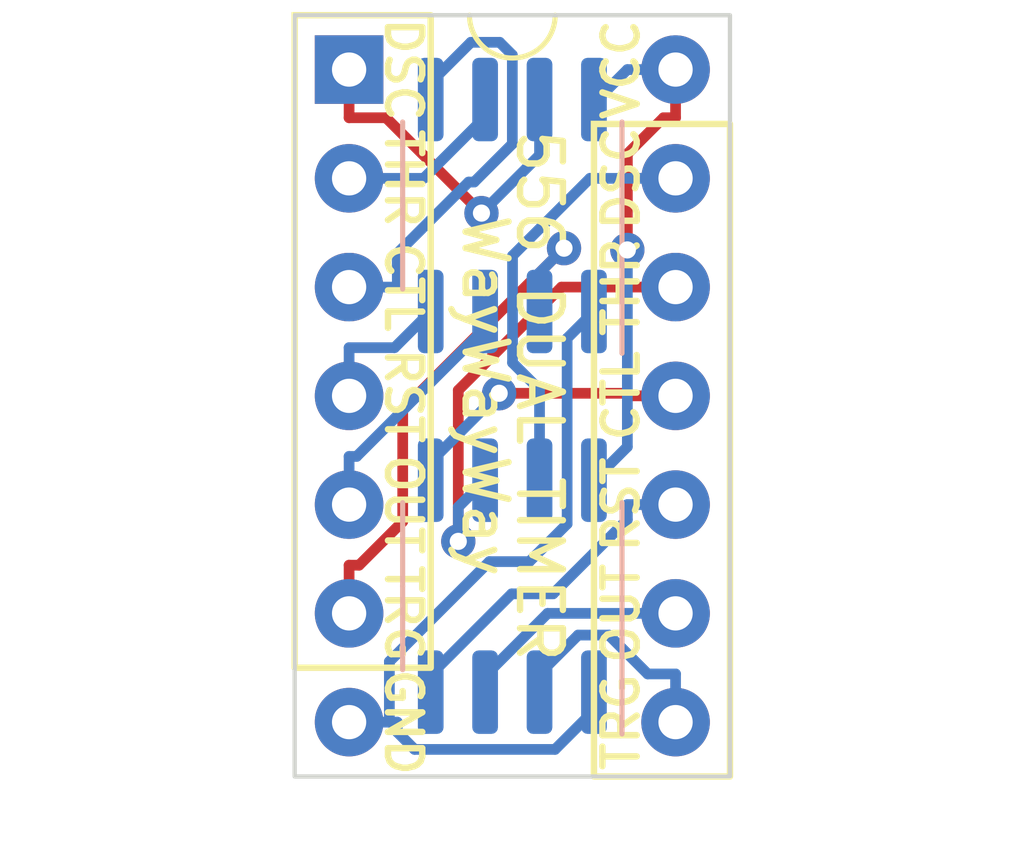
<source format=kicad_pcb>
(kicad_pcb (version 20221018) (generator pcbnew)
  (layers (0 "F.Cu" signal) (31 "B.Cu" signal) (34 "B.Paste" user) (35 "F.Paste" user) (36 "B.SilkS" user "B.Silkscreen") (37 "F.SilkS" user "F.Silkscreen") (38 "B.Mask" user) (39 "F.Mask" user) (44 "Edge.Cuts" user))
  (net 0 "")
  (net 1 "DIS_A")
  (net 2 "THR_A")
  (net 3 "CV_A")
  (net 4 "R_A")
  (net 5 "Q_A")
  (net 6 "TR_A")
  (net 7 "GND")
  (net 8 "TR_B")
  (net 9 "Q_B")
  (net 10 "R_B")
  (net 11 "CV_B")
  (net 12 "THR_B")
  (net 13 "DIS_B")
  (net 14 "VCC")
  (footprint "Package_DIP:DIP-14_W7.62mm_Socket" (layer "F.Cu") (at 103.505 48.26)
    (fp_text reference "J1" hide)
    (fp_text value "Conn_02x07_Counter_Clockwise")
    (fp_arc (start 4.81 -1.27) (mid 3.81 -0.27) (end 2.81 -1.27) (stroke (width 0.12)) (layer "F.SilkS"))
    (pad "1" thru_hole rect (at 0 0) (size 1.6 1.6) (drill 0.8) (layers "*.Cu" "*.Mask") (net 1 "DIS_A"))
    (pad "2" thru_hole oval (at 0 2.54) (size 1.6 1.6) (drill 0.8) (layers "*.Cu" "*.Mask") (net 2 "THR_A"))
    (pad "3" thru_hole oval (at 0 5.08) (size 1.6 1.6) (drill 0.8) (layers "*.Cu" "*.Mask") (net 3 "CV_A"))
    (pad "4" thru_hole oval (at 0 7.62) (size 1.6 1.6) (drill 0.8) (layers "*.Cu" "*.Mask") (net 4 "R_A"))
    (pad "5" thru_hole oval (at 0 10.16) (size 1.6 1.6) (drill 0.8) (layers "*.Cu" "*.Mask") (net 5 "Q_A"))
    (pad "6" thru_hole oval (at 0 12.7) (size 1.6 1.6) (drill 0.8) (layers "*.Cu" "*.Mask") (net 6 "TR_A"))
    (pad "7" thru_hole oval (at 0 15.24) (size 1.6 1.6) (drill 0.8) (layers "*.Cu" "*.Mask") (net 7 "GND"))
    (pad "8" thru_hole oval (at 7.62 15.24) (size 1.6 1.6) (drill 0.8) (layers "*.Cu" "*.Mask") (net 8 "TR_B"))
    (pad "9" thru_hole oval (at 7.62 12.7) (size 1.6 1.6) (drill 0.8) (layers "*.Cu" "*.Mask") (net 9 "Q_B"))
    (pad "10" thru_hole oval (at 7.62 10.16) (size 1.6 1.6) (drill 0.8) (layers "*.Cu" "*.Mask") (net 10 "R_B"))
    (pad "11" thru_hole oval (at 7.62 7.62) (size 1.6 1.6) (drill 0.8) (layers "*.Cu" "*.Mask") (net 11 "CV_B"))
    (pad "12" thru_hole oval (at 7.62 5.08) (size 1.6 1.6) (drill 0.8) (layers "*.Cu" "*.Mask") (net 12 "THR_B"))
    (pad "13" thru_hole oval (at 7.62 2.54) (size 1.6 1.6) (drill 0.8) (layers "*.Cu" "*.Mask") (net 13 "DIS_B"))
    (pad "14" thru_hole oval (at 7.62 0) (size 1.6 1.6) (drill 0.8) (layers "*.Cu" "*.Mask") (net 14 "VCC"))
  )
  (footprint "Package_SO:SOIC-8_3.9x4.9mm_P1.27mm" (layer "B.Cu") (at 107.315 60.325 90)
    (fp_text reference "U2" hide)
    (fp_text value "NE555D")
    (fp_line (start 0 -2.56) (end -1.95 -2.56) (stroke (width 0.12)) (layer "B.SilkS"))
    (fp_line (start 0 -2.56) (end 1.95 -2.56) (stroke (width 0.12)) (layer "B.SilkS"))
    (fp_line (start 0 2.56) (end -3.45 2.56) (stroke (width 0.12)) (layer "B.SilkS"))
    (fp_line (start 0 2.56) (end 1.95 2.56) (stroke (width 0.12)) (layer "B.SilkS"))
    (pad "1" smd roundrect (at -2.475 1.905 90) (size 1.95 0.6) (layers "B.Cu" "B.Paste" "B.Mask") (net 7 "GND"))
    (pad "2" smd roundrect (at -2.475 0.635 90) (size 1.95 0.6) (layers "B.Cu" "B.Paste" "B.Mask") (net 8 "TR_B"))
    (pad "3" smd roundrect (at -2.475 -0.635 90) (size 1.95 0.6) (layers "B.Cu" "B.Paste" "B.Mask") (net 9 "Q_B"))
    (pad "4" smd roundrect (at -2.475 -1.905 90) (size 1.95 0.6) (layers "B.Cu" "B.Paste" "B.Mask") (net 10 "R_B"))
    (pad "5" smd roundrect (at 2.475 -1.905 90) (size 1.95 0.6) (layers "B.Cu" "B.Paste" "B.Mask") (net 11 "CV_B"))
    (pad "6" smd roundrect (at 2.475 -0.635 90) (size 1.95 0.6) (layers "B.Cu" "B.Paste" "B.Mask") (net 12 "THR_B"))
    (pad "7" smd roundrect (at 2.475 0.635 90) (size 1.95 0.6) (layers "B.Cu" "B.Paste" "B.Mask") (net 13 "DIS_B"))
    (pad "8" smd roundrect (at 2.475 1.905 90) (size 1.95 0.6) (layers "B.Cu" "B.Paste" "B.Mask") (net 14 "VCC"))
  )
  (footprint "Package_SO:SOIC-8_3.9x4.9mm_P1.27mm" (layer "B.Cu") (at 107.315 51.435 90)
    (fp_text reference "U1" hide)
    (fp_text value "NE555D")
    (fp_line (start 0 -2.56) (end -1.95 -2.56) (stroke (width 0.12)) (layer "B.SilkS"))
    (fp_line (start 0 -2.56) (end 1.95 -2.56) (stroke (width 0.12)) (layer "B.SilkS"))
    (fp_line (start 0 2.56) (end -3.45 2.56) (stroke (width 0.12)) (layer "B.SilkS"))
    (fp_line (start 0 2.56) (end 1.95 2.56) (stroke (width 0.12)) (layer "B.SilkS"))
    (pad "1" smd roundrect (at -2.475 1.905 90) (size 1.95 0.6) (layers "B.Cu" "B.Paste" "B.Mask") (net 7 "GND"))
    (pad "2" smd roundrect (at -2.475 0.635 90) (size 1.95 0.6) (layers "B.Cu" "B.Paste" "B.Mask") (net 6 "TR_A"))
    (pad "3" smd roundrect (at -2.475 -0.635 90) (size 1.95 0.6) (layers "B.Cu" "B.Paste" "B.Mask") (net 5 "Q_A"))
    (pad "4" smd roundrect (at -2.475 -1.905 90) (size 1.95 0.6) (layers "B.Cu" "B.Paste" "B.Mask") (net 4 "R_A"))
    (pad "5" smd roundrect (at 2.475 -1.905 90) (size 1.95 0.6) (layers "B.Cu" "B.Paste" "B.Mask") (net 3 "CV_A"))
    (pad "6" smd roundrect (at 2.475 -0.635 90) (size 1.95 0.6) (layers "B.Cu" "B.Paste" "B.Mask") (net 2 "THR_A"))
    (pad "7" smd roundrect (at 2.475 0.635 90) (size 1.95 0.6) (layers "B.Cu" "B.Paste" "B.Mask") (net 1 "DIS_A"))
    (pad "8" smd roundrect (at 2.475 1.905 90) (size 1.95 0.6) (layers "B.Cu" "B.Paste" "B.Mask") (net 14 "VCC"))
  )
  (gr_rect (start 109.22 49.53) (end 112.395 64.77) (stroke (width 0.15)) (fill none) (layer "F.SilkS"))
  (gr_rect (start 102.235 46.99) (end 105.41 62.23) (stroke (width 0.15)) (fill none) (layer "F.SilkS"))
  (gr_rect (start 102.235 46.99) (end 112.395 64.77) (stroke (width 0.1)) (fill none) (layer "Edge.Cuts"))
  (gr_text "RST" (at 104.775 55.88 270) (layer "F.SilkS") (effects (font (size 0.8 0.8))))
  (gr_text "556 DUAL TIMER" (at 107.95 55.88 270) (layer "F.SilkS") (effects (font (size 1 1))))
  (gr_text "CTL" (at 109.855 55.88 90) (layer "F.SilkS") (effects (font (size 0.8 0.8))))
  (gr_text "RST" (at 109.855 58.42 90) (layer "F.SilkS") (effects (font (size 0.8 0.8))))
  (gr_text "TRG" (at 104.775 60.96 270) (layer "F.SilkS") (effects (font (size 0.8 0.8))))
  (gr_text "OUT" (at 109.855 60.96 90) (layer "F.SilkS") (effects (font (size 0.8 0.8))))
  (gr_text "TRG" (at 109.855 63.5 90) (layer "F.SilkS") (effects (font (size 0.8 0.8))))
  (gr_text "DSC" (at 104.775 48.26 270) (layer "F.SilkS") (effects (font (size 0.8 0.8))))
  (gr_text "DSC" (at 109.855 50.8 90) (layer "F.SilkS") (effects (font (size 0.8 0.8))))
  (gr_text "GND" (at 104.775 63.5 270) (layer "F.SilkS") (effects (font (size 0.8 0.8))))
  (gr_text "CTL" (at 104.775 53.34 270) (layer "F.SilkS") (effects (font (size 0.8 0.8))))
  (gr_text "THR" (at 109.855 53.34 90) (layer "F.SilkS") (effects (font (size 0.8 0.8))))
  (gr_text "WayWayWay" (at 106.68 55.88 -90) (layer "F.SilkS") (effects (font (size 1 1))))
  (gr_text "VCC" (at 109.855 48.26 90) (layer "F.SilkS") (effects (font (size 0.8 0.8))))
  (gr_text "OUT" (at 104.775 58.42 270) (layer "F.SilkS") (effects (font (size 0.8 0.8))))
  (gr_text "THR" (at 104.775 50.8 270) (layer "F.SilkS") (effects (font (size 0.8 0.8))))
  (segment (start 104.3676 49.3851) (end 103.505 49.3851) (width 0.25) (layer "F.Cu") (net 1))
  (segment (start 103.505 48.26) (end 103.505 49.3851) (width 0.25) (layer "F.Cu") (net 1))
  (segment (start 106.5947 51.6122) (end 104.3676 49.3851) (width 0.25) (layer "F.Cu") (net 1))
  (via (at 106.5947 51.6122) (size 0.8) (drill 0.4) (layers "F.Cu" "B.Cu") (net 1))
  (segment (start 107.95 48.96) (end 107.95 50.2569) (width 0.25) (layer "B.Cu") (net 1))
  (segment (start 107.95 50.2569) (end 106.5947 51.6122) (width 0.25) (layer "B.Cu") (net 1))
  (segment (start 106.68 49.366) (end 105.246 50.8) (width 0.25) (layer "B.Cu") (net 2))
  (segment (start 106.68 48.96) (end 106.68 49.366) (width 0.25) (layer "B.Cu") (net 2))
  (segment (start 105.246 50.8) (end 103.505 50.8) (width 0.25) (layer "B.Cu") (net 2))
  (segment (start 106.2944 50.8871) (end 104.6301 52.5514) (width 0.25) (layer "B.Cu") (net 3))
  (segment (start 106.424 50.8871) (end 106.2944 50.8871) (width 0.25) (layer "B.Cu") (net 3))
  (segment (start 107.0192 47.6226) (end 107.315 47.9184) (width 0.25) (layer "B.Cu") (net 3))
  (segment (start 104.6301 52.5514) (end 104.6301 53.34) (width 0.25) (layer "B.Cu") (net 3))
  (segment (start 105.41 48.5605) (end 106.3479 47.6226) (width 0.25) (layer "B.Cu") (net 3))
  (segment (start 107.315 49.9961) (end 106.424 50.8871) (width 0.25) (layer "B.Cu") (net 3))
  (segment (start 103.505 53.34) (end 104.6301 53.34) (width 0.25) (layer "B.Cu") (net 3))
  (segment (start 106.3479 47.6226) (end 107.0192 47.6226) (width 0.25) (layer "B.Cu") (net 3))
  (segment (start 107.315 47.9184) (end 107.315 49.9961) (width 0.25) (layer "B.Cu") (net 3))
  (segment (start 105.41 48.96) (end 105.41 48.5605) (width 0.25) (layer "B.Cu") (net 3))
  (segment (start 104.5651 54.7549) (end 103.505 54.7549) (width 0.25) (layer "B.Cu") (net 4))
  (segment (start 105.41 53.91) (end 104.5651 54.7549) (width 0.25) (layer "B.Cu") (net 4))
  (segment (start 103.505 55.88) (end 103.505 54.7549) (width 0.25) (layer "B.Cu") (net 4))
  (segment (start 103.505 58.42) (end 103.505 57.2949) (width 0.25) (layer "B.Cu") (net 5))
  (segment (start 103.6814 57.2949) (end 103.505 57.2949) (width 0.25) (layer "B.Cu") (net 5))
  (segment (start 106.68 54.2963) (end 103.6814 57.2949) (width 0.25) (layer "B.Cu") (net 5))
  (segment (start 106.68 53.91) (end 106.68 54.2963) (width 0.25) (layer "B.Cu") (net 5))
  (segment (start 103.505 60.96) (end 103.505 59.8349) (width 0.25) (layer "F.Cu") (net 6))
  (segment (start 104.7565 56.1965) (end 104.7565 58.8165) (width 0.25) (layer "F.Cu") (net 6))
  (segment (start 103.7381 59.8349) (end 103.505 59.8349) (width 0.25) (layer "F.Cu") (net 6))
  (segment (start 108.5215 52.4315) (end 104.7565 56.1965) (width 0.25) (layer "F.Cu") (net 6))
  (segment (start 104.7565 58.8165) (end 103.7381 59.8349) (width 0.25) (layer "F.Cu") (net 6))
  (via (at 108.5215 52.4315) (size 0.8) (drill 0.4) (layers "F.Cu" "B.Cu") (net 6))
  (segment (start 107.95 53.91) (end 107.95 53.003) (width 0.25) (layer "B.Cu") (net 6))
  (segment (start 107.95 53.003) (end 108.5215 52.4315) (width 0.25) (layer "B.Cu") (net 6))
  (segment (start 104.445 63.5) (end 104.6301 63.5) (width 0.25) (layer "B.Cu") (net 7))
  (segment (start 107.7128 59.7515) (end 108.5942 58.8701) (width 0.25) (layer "B.Cu") (net 7))
  (segment (start 108.3117 64.1373) (end 105.0342 64.1373) (width 0.25) (layer "B.Cu") (net 7))
  (segment (start 104.445 62.0852) (end 106.7787 59.7515) (width 0.25) (layer "B.Cu") (net 7))
  (segment (start 104.6301 63.7332) (end 104.6301 63.5) (width 0.25) (layer "B.Cu") (net 7))
  (segment (start 104.445 63.5) (end 104.445 62.0852) (width 0.25) (layer "B.Cu") (net 7))
  (segment (start 105.0342 64.1373) (end 104.6301 63.7332) (width 0.25) (layer "B.Cu") (net 7))
  (segment (start 109.22 63.229) (end 108.3117 64.1373) (width 0.25) (layer "B.Cu") (net 7))
  (segment (start 108.5942 54.5358) (end 109.22 53.91) (width 0.25) (layer "B.Cu") (net 7))
  (segment (start 103.505 63.5) (end 104.445 63.5) (width 0.25) (layer "B.Cu") (net 7))
  (segment (start 109.22 62.8) (end 109.22 63.229) (width 0.25) (layer "B.Cu") (net 7))
  (segment (start 106.7787 59.7515) (end 107.7128 59.7515) (width 0.25) (layer "B.Cu") (net 7))
  (segment (start 108.5942 58.8701) (end 108.5942 54.5358) (width 0.25) (layer "B.Cu") (net 7))
  (segment (start 107.95 62.8) (end 107.95 62.3686) (width 0.25) (layer "B.Cu") (net 8))
  (segment (start 111.125 63.5) (end 111.125 62.3749) (width 0.25) (layer "B.Cu") (net 8))
  (segment (start 110.4747 62.3749) (end 111.125 62.3749) (width 0.25) (layer "B.Cu") (net 8))
  (segment (start 109.5667 61.4669) (end 110.4747 62.3749) (width 0.25) (layer "B.Cu") (net 8))
  (segment (start 107.95 62.3686) (end 108.8517 61.4669) (width 0.25) (layer "B.Cu") (net 8))
  (segment (start 108.8517 61.4669) (end 109.5667 61.4669) (width 0.25) (layer "B.Cu") (net 8))
  (segment (start 108.1384 60.96) (end 111.125 60.96) (width 0.25) (layer "B.Cu") (net 9))
  (segment (start 106.68 62.8) (end 106.68 62.4184) (width 0.25) (layer "B.Cu") (net 9))
  (segment (start 106.68 62.4184) (end 108.1384 60.96) (width 0.25) (layer "B.Cu") (net 9))
  (segment (start 109.9999 58.7697) (end 109.9999 58.42) (width 0.25) (layer "B.Cu") (net 10))
  (segment (start 105.41 62.3934) (end 107.299 60.5044) (width 0.25) (layer "B.Cu") (net 10))
  (segment (start 111.125 58.42) (end 109.9999 58.42) (width 0.25) (layer "B.Cu") (net 10))
  (segment (start 108.2652 60.5044) (end 109.9999 58.7697) (width 0.25) (layer "B.Cu") (net 10))
  (segment (start 107.299 60.5044) (end 108.2652 60.5044) (width 0.25) (layer "B.Cu") (net 10))
  (segment (start 105.41 62.8) (end 105.41 62.3934) (width 0.25) (layer "B.Cu") (net 10))
  (segment (start 111.125 55.88) (end 109.9999 55.88) (width 0.25) (layer "F.Cu") (net 11))
  (segment (start 109.9398 55.8199) (end 109.9999 55.88) (width 0.25) (layer "F.Cu") (net 11))
  (segment (start 107.0078 55.8199) (end 109.9398 55.8199) (width 0.25) (layer "F.Cu") (net 11))
  (via (at 107.0078 55.8199) (size 0.8) (drill 0.4) (layers "F.Cu" "B.Cu") (net 11))
  (segment (start 105.41 57.85) (end 105.41 57.4177) (width 0.25) (layer "B.Cu") (net 11))
  (segment (start 105.41 57.4177) (end 107.0078 55.8199) (width 0.25) (layer "B.Cu") (net 11))
  (segment (start 108.4623 53.34) (end 106.0536 55.7487) (width 0.25) (layer "F.Cu") (net 12))
  (segment (start 106.0536 55.7487) (end 106.0536 59.2787) (width 0.25) (layer "F.Cu") (net 12))
  (segment (start 111.125 53.34) (end 108.4623 53.34) (width 0.25) (layer "F.Cu") (net 12))
  (via (at 106.0536 59.2787) (size 0.8) (drill 0.4) (layers "F.Cu" "B.Cu") (net 12))
  (segment (start 106.0536 58.4764) (end 106.0536 59.2787) (width 0.25) (layer "B.Cu") (net 12))
  (segment (start 106.68 57.85) (end 106.0536 58.4764) (width 0.25) (layer "B.Cu") (net 12))
  (segment (start 107.3199 52.6077) (end 109.1276 50.8) (width 0.25) (layer "B.Cu") (net 13))
  (segment (start 107.95 55.7366) (end 107.3199 55.1065) (width 0.25) (layer "B.Cu") (net 13))
  (segment (start 107.95 57.85) (end 107.95 55.7366) (width 0.25) (layer "B.Cu") (net 13))
  (segment (start 109.1276 50.8) (end 111.125 50.8) (width 0.25) (layer "B.Cu") (net 13))
  (segment (start 107.3199 55.1065) (end 107.3199 52.6077) (width 0.25) (layer "B.Cu") (net 13))
  (segment (start 109.9998 50.229) (end 109.9998 52.472) (width 0.25) (layer "F.Cu") (net 14))
  (segment (start 111.125 49.3851) (end 110.8437 49.3851) (width 0.25) (layer "F.Cu") (net 14))
  (segment (start 111.125 48.26) (end 111.125 49.3851) (width 0.25) (layer "F.Cu") (net 14))
  (segment (start 110.8437 49.3851) (end 109.9998 50.229) (width 0.25) (layer "F.Cu") (net 14))
  (via (at 109.9998 52.472) (size 0.8) (drill 0.4) (layers "F.Cu" "B.Cu") (net 14))
  (segment (start 109.22 57.85) (end 109.9998 57.0702) (width 0.25) (layer "B.Cu") (net 14))
  (segment (start 109.2999 48.96) (end 109.9999 48.26) (width 0.25) (layer "B.Cu") (net 14))
  (segment (start 111.125 48.26) (end 109.9999 48.26) (width 0.25) (layer "B.Cu") (net 14))
  (segment (start 109.9998 57.0702) (end 109.9998 52.472) (width 0.25) (layer "B.Cu") (net 14))
  (segment (start 109.22 48.96) (end 109.2999 48.96) (width 0.25) (layer "B.Cu") (net 14))
)
</source>
